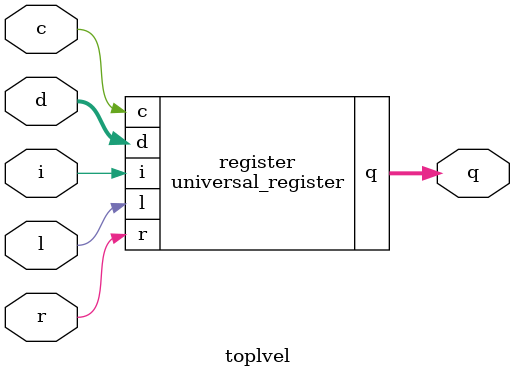
<source format=sv>
module four_bit_mutex(output o,input s1,s0,input a0,a1,a2,a3);
  logic first,second;
  assign first = s0? a1 : a0;
  assign second = s0? a3 : a2;
  assign o = s1? second : first;
endmodule

// kod z wykładu 
module dff(output q, nq,input  clk, d);
  logic r,s,nr,ns;
  nand gq(q, nr, nq), gnq(nq,ns,q), gr(nr, clk,r),
  gs(ns,nr, clk, s),gr1(r, nr,  s),gs1(s, ns, d);
endmodule

//Wybór oppcji oraz wybranie odpowiedniego stanu
module one_bit_block(output Q, input left,right,q,sright,sleft,data,c);
  logic temporary;
  four_bit_mutex choose(temporary,left,right,q,sleft,sright,data);
  dff ds(Q, ,c,temporary);
endmodule

module universal_register(output [7:0] q, input [7:0] d, input i, c,l,r);
  one_bit_block  b0(q[0], l, r, q[0], q[1], i,    d[0], c);
  one_bit_block  b1(q[1], l, r, q[1], q[2], q[0], d[1], c);
  one_bit_block  b2(q[2], l, r, q[2], q[3], q[1], d[2], c);
  one_bit_block  b3(q[3], l, r, q[3], q[4], q[2], d[3], c);
  one_bit_block  b4(q[4], l, r, q[4], q[5], q[3], d[4], c);
  one_bit_block  b5(q[5], l, r, q[5], q[6], q[4], d[5], c);
  one_bit_block  b6(q[6], l, r, q[6], q[7], q[5], d[6], c);
  one_bit_block  b7(q[7], l, r, q[7], i,    q[6], d[7], c);
endmodule

module toplvel(output [7:0] q,input [7:0] d,input i, c,l,r);
  universal_register register(q[7:0], d[7:0],i,c,l,r );
endmodule
</source>
